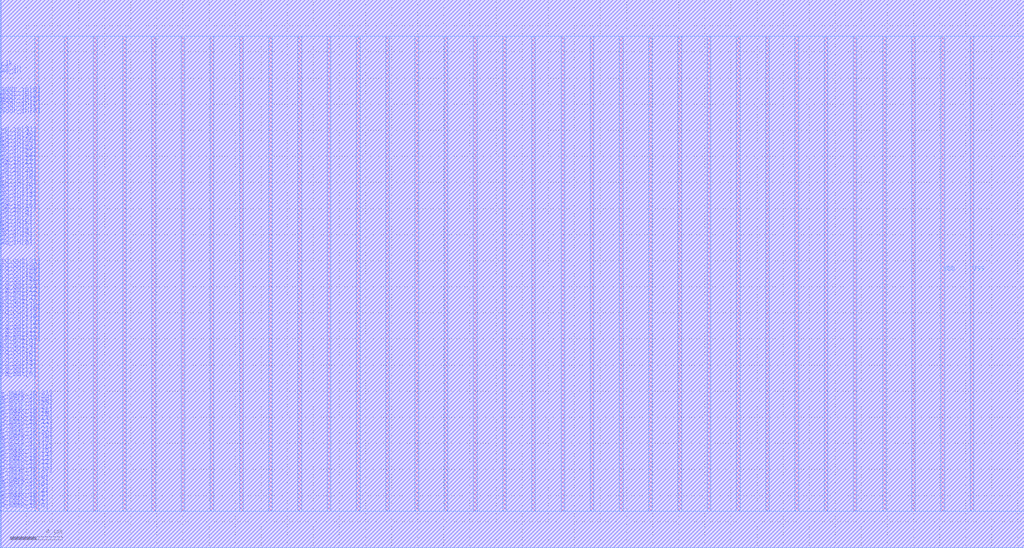
<source format=lef>
VERSION 5.7 ;
BUSBITCHARS "[]" ;
MACRO fakeram45_128x32_upper
  FOREIGN fakeram45_128x32_upper 0 0 ;
  SYMMETRY X Y R90 ;
  SIZE 78.470 BY 42.000 ;
  CLASS BLOCK ;
  PIN w_mask_in[0]
    DIRECTION INPUT ;
    USE SIGNAL ;
    SHAPE ABUTMENT ;
    PORT
      LAYER M3_m ;
      RECT 0.000 2.800 0.070 2.870 ;
    END
  END w_mask_in[0]
  PIN w_mask_in[1]
    DIRECTION INPUT ;
    USE SIGNAL ;
    SHAPE ABUTMENT ;
    PORT
      LAYER M3_m ;
      RECT 0.000 3.080 0.070 3.150 ;
    END
  END w_mask_in[1]
  PIN w_mask_in[2]
    DIRECTION INPUT ;
    USE SIGNAL ;
    SHAPE ABUTMENT ;
    PORT
      LAYER M3_m ;
      RECT 0.000 3.360 0.070 3.430 ;
    END
  END w_mask_in[2]
  PIN w_mask_in[3]
    DIRECTION INPUT ;
    USE SIGNAL ;
    SHAPE ABUTMENT ;
    PORT
      LAYER M3_m ;
      RECT 0.000 3.640 0.070 3.710 ;
    END
  END w_mask_in[3]
  PIN w_mask_in[4]
    DIRECTION INPUT ;
    USE SIGNAL ;
    SHAPE ABUTMENT ;
    PORT
      LAYER M3_m ;
      RECT 0.000 3.920 0.070 3.990 ;
    END
  END w_mask_in[4]
  PIN w_mask_in[5]
    DIRECTION INPUT ;
    USE SIGNAL ;
    SHAPE ABUTMENT ;
    PORT
      LAYER M3_m ;
      RECT 0.000 4.200 0.070 4.270 ;
    END
  END w_mask_in[5]
  PIN w_mask_in[6]
    DIRECTION INPUT ;
    USE SIGNAL ;
    SHAPE ABUTMENT ;
    PORT
      LAYER M3_m ;
      RECT 0.000 4.480 0.070 4.550 ;
    END
  END w_mask_in[6]
  PIN w_mask_in[7]
    DIRECTION INPUT ;
    USE SIGNAL ;
    SHAPE ABUTMENT ;
    PORT
      LAYER M3_m ;
      RECT 0.000 4.760 0.070 4.830 ;
    END
  END w_mask_in[7]
  PIN w_mask_in[8]
    DIRECTION INPUT ;
    USE SIGNAL ;
    SHAPE ABUTMENT ;
    PORT
      LAYER M3_m ;
      RECT 0.000 5.040 0.070 5.110 ;
    END
  END w_mask_in[8]
  PIN w_mask_in[9]
    DIRECTION INPUT ;
    USE SIGNAL ;
    SHAPE ABUTMENT ;
    PORT
      LAYER M3_m ;
      RECT 0.000 5.320 0.070 5.390 ;
    END
  END w_mask_in[9]
  PIN w_mask_in[10]
    DIRECTION INPUT ;
    USE SIGNAL ;
    SHAPE ABUTMENT ;
    PORT
      LAYER M3_m ;
      RECT 0.000 5.600 0.070 5.670 ;
    END
  END w_mask_in[10]
  PIN w_mask_in[11]
    DIRECTION INPUT ;
    USE SIGNAL ;
    SHAPE ABUTMENT ;
    PORT
      LAYER M3_m ;
      RECT 0.000 5.880 0.070 5.950 ;
    END
  END w_mask_in[11]
  PIN w_mask_in[12]
    DIRECTION INPUT ;
    USE SIGNAL ;
    SHAPE ABUTMENT ;
    PORT
      LAYER M3_m ;
      RECT 0.000 6.160 0.070 6.230 ;
    END
  END w_mask_in[12]
  PIN w_mask_in[13]
    DIRECTION INPUT ;
    USE SIGNAL ;
    SHAPE ABUTMENT ;
    PORT
      LAYER M3_m ;
      RECT 0.000 6.440 0.070 6.510 ;
    END
  END w_mask_in[13]
  PIN w_mask_in[14]
    DIRECTION INPUT ;
    USE SIGNAL ;
    SHAPE ABUTMENT ;
    PORT
      LAYER M3_m ;
      RECT 0.000 6.720 0.070 6.790 ;
    END
  END w_mask_in[14]
  PIN w_mask_in[15]
    DIRECTION INPUT ;
    USE SIGNAL ;
    SHAPE ABUTMENT ;
    PORT
      LAYER M3_m ;
      RECT 0.000 7.000 0.070 7.070 ;
    END
  END w_mask_in[15]
  PIN w_mask_in[16]
    DIRECTION INPUT ;
    USE SIGNAL ;
    SHAPE ABUTMENT ;
    PORT
      LAYER M3_m ;
      RECT 0.000 7.280 0.070 7.350 ;
    END
  END w_mask_in[16]
  PIN w_mask_in[17]
    DIRECTION INPUT ;
    USE SIGNAL ;
    SHAPE ABUTMENT ;
    PORT
      LAYER M3_m ;
      RECT 0.000 7.560 0.070 7.630 ;
    END
  END w_mask_in[17]
  PIN w_mask_in[18]
    DIRECTION INPUT ;
    USE SIGNAL ;
    SHAPE ABUTMENT ;
    PORT
      LAYER M3_m ;
      RECT 0.000 7.840 0.070 7.910 ;
    END
  END w_mask_in[18]
  PIN w_mask_in[19]
    DIRECTION INPUT ;
    USE SIGNAL ;
    SHAPE ABUTMENT ;
    PORT
      LAYER M3_m ;
      RECT 0.000 8.120 0.070 8.190 ;
    END
  END w_mask_in[19]
  PIN w_mask_in[20]
    DIRECTION INPUT ;
    USE SIGNAL ;
    SHAPE ABUTMENT ;
    PORT
      LAYER M3_m ;
      RECT 0.000 8.400 0.070 8.470 ;
    END
  END w_mask_in[20]
  PIN w_mask_in[21]
    DIRECTION INPUT ;
    USE SIGNAL ;
    SHAPE ABUTMENT ;
    PORT
      LAYER M3_m ;
      RECT 0.000 8.680 0.070 8.750 ;
    END
  END w_mask_in[21]
  PIN w_mask_in[22]
    DIRECTION INPUT ;
    USE SIGNAL ;
    SHAPE ABUTMENT ;
    PORT
      LAYER M3_m ;
      RECT 0.000 8.960 0.070 9.030 ;
    END
  END w_mask_in[22]
  PIN w_mask_in[23]
    DIRECTION INPUT ;
    USE SIGNAL ;
    SHAPE ABUTMENT ;
    PORT
      LAYER M3_m ;
      RECT 0.000 9.240 0.070 9.310 ;
    END
  END w_mask_in[23]
  PIN w_mask_in[24]
    DIRECTION INPUT ;
    USE SIGNAL ;
    SHAPE ABUTMENT ;
    PORT
      LAYER M3_m ;
      RECT 0.000 9.520 0.070 9.590 ;
    END
  END w_mask_in[24]
  PIN w_mask_in[25]
    DIRECTION INPUT ;
    USE SIGNAL ;
    SHAPE ABUTMENT ;
    PORT
      LAYER M3_m ;
      RECT 0.000 9.800 0.070 9.870 ;
    END
  END w_mask_in[25]
  PIN w_mask_in[26]
    DIRECTION INPUT ;
    USE SIGNAL ;
    SHAPE ABUTMENT ;
    PORT
      LAYER M3_m ;
      RECT 0.000 10.080 0.070 10.150 ;
    END
  END w_mask_in[26]
  PIN w_mask_in[27]
    DIRECTION INPUT ;
    USE SIGNAL ;
    SHAPE ABUTMENT ;
    PORT
      LAYER M3_m ;
      RECT 0.000 10.360 0.070 10.430 ;
    END
  END w_mask_in[27]
  PIN w_mask_in[28]
    DIRECTION INPUT ;
    USE SIGNAL ;
    SHAPE ABUTMENT ;
    PORT
      LAYER M3_m ;
      RECT 0.000 10.640 0.070 10.710 ;
    END
  END w_mask_in[28]
  PIN w_mask_in[29]
    DIRECTION INPUT ;
    USE SIGNAL ;
    SHAPE ABUTMENT ;
    PORT
      LAYER M3_m ;
      RECT 0.000 10.920 0.070 10.990 ;
    END
  END w_mask_in[29]
  PIN w_mask_in[30]
    DIRECTION INPUT ;
    USE SIGNAL ;
    SHAPE ABUTMENT ;
    PORT
      LAYER M3_m ;
      RECT 0.000 11.200 0.070 11.270 ;
    END
  END w_mask_in[30]
  PIN w_mask_in[31]
    DIRECTION INPUT ;
    USE SIGNAL ;
    SHAPE ABUTMENT ;
    PORT
      LAYER M3_m ;
      RECT 0.000 11.480 0.070 11.550 ;
    END
  END w_mask_in[31]
  PIN rd_out[0]
    DIRECTION OUTPUT ;
    USE SIGNAL ;
    SHAPE ABUTMENT ;
    PORT
      LAYER M3_m ;
      RECT 0.000 12.880 0.070 12.950 ;
    END
  END rd_out[0]
  PIN rd_out[1]
    DIRECTION OUTPUT ;
    USE SIGNAL ;
    SHAPE ABUTMENT ;
    PORT
      LAYER M3_m ;
      RECT 0.000 13.160 0.070 13.230 ;
    END
  END rd_out[1]
  PIN rd_out[2]
    DIRECTION OUTPUT ;
    USE SIGNAL ;
    SHAPE ABUTMENT ;
    PORT
      LAYER M3_m ;
      RECT 0.000 13.440 0.070 13.510 ;
    END
  END rd_out[2]
  PIN rd_out[3]
    DIRECTION OUTPUT ;
    USE SIGNAL ;
    SHAPE ABUTMENT ;
    PORT
      LAYER M3_m ;
      RECT 0.000 13.720 0.070 13.790 ;
    END
  END rd_out[3]
  PIN rd_out[4]
    DIRECTION OUTPUT ;
    USE SIGNAL ;
    SHAPE ABUTMENT ;
    PORT
      LAYER M3_m ;
      RECT 0.000 14.000 0.070 14.070 ;
    END
  END rd_out[4]
  PIN rd_out[5]
    DIRECTION OUTPUT ;
    USE SIGNAL ;
    SHAPE ABUTMENT ;
    PORT
      LAYER M3_m ;
      RECT 0.000 14.280 0.070 14.350 ;
    END
  END rd_out[5]
  PIN rd_out[6]
    DIRECTION OUTPUT ;
    USE SIGNAL ;
    SHAPE ABUTMENT ;
    PORT
      LAYER M3_m ;
      RECT 0.000 14.560 0.070 14.630 ;
    END
  END rd_out[6]
  PIN rd_out[7]
    DIRECTION OUTPUT ;
    USE SIGNAL ;
    SHAPE ABUTMENT ;
    PORT
      LAYER M3_m ;
      RECT 0.000 14.840 0.070 14.910 ;
    END
  END rd_out[7]
  PIN rd_out[8]
    DIRECTION OUTPUT ;
    USE SIGNAL ;
    SHAPE ABUTMENT ;
    PORT
      LAYER M3_m ;
      RECT 0.000 15.120 0.070 15.190 ;
    END
  END rd_out[8]
  PIN rd_out[9]
    DIRECTION OUTPUT ;
    USE SIGNAL ;
    SHAPE ABUTMENT ;
    PORT
      LAYER M3_m ;
      RECT 0.000 15.400 0.070 15.470 ;
    END
  END rd_out[9]
  PIN rd_out[10]
    DIRECTION OUTPUT ;
    USE SIGNAL ;
    SHAPE ABUTMENT ;
    PORT
      LAYER M3_m ;
      RECT 0.000 15.680 0.070 15.750 ;
    END
  END rd_out[10]
  PIN rd_out[11]
    DIRECTION OUTPUT ;
    USE SIGNAL ;
    SHAPE ABUTMENT ;
    PORT
      LAYER M3_m ;
      RECT 0.000 15.960 0.070 16.030 ;
    END
  END rd_out[11]
  PIN rd_out[12]
    DIRECTION OUTPUT ;
    USE SIGNAL ;
    SHAPE ABUTMENT ;
    PORT
      LAYER M3_m ;
      RECT 0.000 16.240 0.070 16.310 ;
    END
  END rd_out[12]
  PIN rd_out[13]
    DIRECTION OUTPUT ;
    USE SIGNAL ;
    SHAPE ABUTMENT ;
    PORT
      LAYER M3_m ;
      RECT 0.000 16.520 0.070 16.590 ;
    END
  END rd_out[13]
  PIN rd_out[14]
    DIRECTION OUTPUT ;
    USE SIGNAL ;
    SHAPE ABUTMENT ;
    PORT
      LAYER M3_m ;
      RECT 0.000 16.800 0.070 16.870 ;
    END
  END rd_out[14]
  PIN rd_out[15]
    DIRECTION OUTPUT ;
    USE SIGNAL ;
    SHAPE ABUTMENT ;
    PORT
      LAYER M3_m ;
      RECT 0.000 17.080 0.070 17.150 ;
    END
  END rd_out[15]
  PIN rd_out[16]
    DIRECTION OUTPUT ;
    USE SIGNAL ;
    SHAPE ABUTMENT ;
    PORT
      LAYER M3_m ;
      RECT 0.000 17.360 0.070 17.430 ;
    END
  END rd_out[16]
  PIN rd_out[17]
    DIRECTION OUTPUT ;
    USE SIGNAL ;
    SHAPE ABUTMENT ;
    PORT
      LAYER M3_m ;
      RECT 0.000 17.640 0.070 17.710 ;
    END
  END rd_out[17]
  PIN rd_out[18]
    DIRECTION OUTPUT ;
    USE SIGNAL ;
    SHAPE ABUTMENT ;
    PORT
      LAYER M3_m ;
      RECT 0.000 17.920 0.070 17.990 ;
    END
  END rd_out[18]
  PIN rd_out[19]
    DIRECTION OUTPUT ;
    USE SIGNAL ;
    SHAPE ABUTMENT ;
    PORT
      LAYER M3_m ;
      RECT 0.000 18.200 0.070 18.270 ;
    END
  END rd_out[19]
  PIN rd_out[20]
    DIRECTION OUTPUT ;
    USE SIGNAL ;
    SHAPE ABUTMENT ;
    PORT
      LAYER M3_m ;
      RECT 0.000 18.480 0.070 18.550 ;
    END
  END rd_out[20]
  PIN rd_out[21]
    DIRECTION OUTPUT ;
    USE SIGNAL ;
    SHAPE ABUTMENT ;
    PORT
      LAYER M3_m ;
      RECT 0.000 18.760 0.070 18.830 ;
    END
  END rd_out[21]
  PIN rd_out[22]
    DIRECTION OUTPUT ;
    USE SIGNAL ;
    SHAPE ABUTMENT ;
    PORT
      LAYER M3_m ;
      RECT 0.000 19.040 0.070 19.110 ;
    END
  END rd_out[22]
  PIN rd_out[23]
    DIRECTION OUTPUT ;
    USE SIGNAL ;
    SHAPE ABUTMENT ;
    PORT
      LAYER M3_m ;
      RECT 0.000 19.320 0.070 19.390 ;
    END
  END rd_out[23]
  PIN rd_out[24]
    DIRECTION OUTPUT ;
    USE SIGNAL ;
    SHAPE ABUTMENT ;
    PORT
      LAYER M3_m ;
      RECT 0.000 19.600 0.070 19.670 ;
    END
  END rd_out[24]
  PIN rd_out[25]
    DIRECTION OUTPUT ;
    USE SIGNAL ;
    SHAPE ABUTMENT ;
    PORT
      LAYER M3_m ;
      RECT 0.000 19.880 0.070 19.950 ;
    END
  END rd_out[25]
  PIN rd_out[26]
    DIRECTION OUTPUT ;
    USE SIGNAL ;
    SHAPE ABUTMENT ;
    PORT
      LAYER M3_m ;
      RECT 0.000 20.160 0.070 20.230 ;
    END
  END rd_out[26]
  PIN rd_out[27]
    DIRECTION OUTPUT ;
    USE SIGNAL ;
    SHAPE ABUTMENT ;
    PORT
      LAYER M3_m ;
      RECT 0.000 20.440 0.070 20.510 ;
    END
  END rd_out[27]
  PIN rd_out[28]
    DIRECTION OUTPUT ;
    USE SIGNAL ;
    SHAPE ABUTMENT ;
    PORT
      LAYER M3_m ;
      RECT 0.000 20.720 0.070 20.790 ;
    END
  END rd_out[28]
  PIN rd_out[29]
    DIRECTION OUTPUT ;
    USE SIGNAL ;
    SHAPE ABUTMENT ;
    PORT
      LAYER M3_m ;
      RECT 0.000 21.000 0.070 21.070 ;
    END
  END rd_out[29]
  PIN rd_out[30]
    DIRECTION OUTPUT ;
    USE SIGNAL ;
    SHAPE ABUTMENT ;
    PORT
      LAYER M3_m ;
      RECT 0.000 21.280 0.070 21.350 ;
    END
  END rd_out[30]
  PIN rd_out[31]
    DIRECTION OUTPUT ;
    USE SIGNAL ;
    SHAPE ABUTMENT ;
    PORT
      LAYER M3_m ;
      RECT 0.000 21.560 0.070 21.630 ;
    END
  END rd_out[31]
  PIN wd_in[0]
    DIRECTION INPUT ;
    USE SIGNAL ;
    SHAPE ABUTMENT ;
    PORT
      LAYER M3_m ;
      RECT 0.000 22.960 0.070 23.030 ;
    END
  END wd_in[0]
  PIN wd_in[1]
    DIRECTION INPUT ;
    USE SIGNAL ;
    SHAPE ABUTMENT ;
    PORT
      LAYER M3_m ;
      RECT 0.000 23.240 0.070 23.310 ;
    END
  END wd_in[1]
  PIN wd_in[2]
    DIRECTION INPUT ;
    USE SIGNAL ;
    SHAPE ABUTMENT ;
    PORT
      LAYER M3_m ;
      RECT 0.000 23.520 0.070 23.590 ;
    END
  END wd_in[2]
  PIN wd_in[3]
    DIRECTION INPUT ;
    USE SIGNAL ;
    SHAPE ABUTMENT ;
    PORT
      LAYER M3_m ;
      RECT 0.000 23.800 0.070 23.870 ;
    END
  END wd_in[3]
  PIN wd_in[4]
    DIRECTION INPUT ;
    USE SIGNAL ;
    SHAPE ABUTMENT ;
    PORT
      LAYER M3_m ;
      RECT 0.000 24.080 0.070 24.150 ;
    END
  END wd_in[4]
  PIN wd_in[5]
    DIRECTION INPUT ;
    USE SIGNAL ;
    SHAPE ABUTMENT ;
    PORT
      LAYER M3_m ;
      RECT 0.000 24.360 0.070 24.430 ;
    END
  END wd_in[5]
  PIN wd_in[6]
    DIRECTION INPUT ;
    USE SIGNAL ;
    SHAPE ABUTMENT ;
    PORT
      LAYER M3_m ;
      RECT 0.000 24.640 0.070 24.710 ;
    END
  END wd_in[6]
  PIN wd_in[7]
    DIRECTION INPUT ;
    USE SIGNAL ;
    SHAPE ABUTMENT ;
    PORT
      LAYER M3_m ;
      RECT 0.000 24.920 0.070 24.990 ;
    END
  END wd_in[7]
  PIN wd_in[8]
    DIRECTION INPUT ;
    USE SIGNAL ;
    SHAPE ABUTMENT ;
    PORT
      LAYER M3_m ;
      RECT 0.000 25.200 0.070 25.270 ;
    END
  END wd_in[8]
  PIN wd_in[9]
    DIRECTION INPUT ;
    USE SIGNAL ;
    SHAPE ABUTMENT ;
    PORT
      LAYER M3_m ;
      RECT 0.000 25.480 0.070 25.550 ;
    END
  END wd_in[9]
  PIN wd_in[10]
    DIRECTION INPUT ;
    USE SIGNAL ;
    SHAPE ABUTMENT ;
    PORT
      LAYER M3_m ;
      RECT 0.000 25.760 0.070 25.830 ;
    END
  END wd_in[10]
  PIN wd_in[11]
    DIRECTION INPUT ;
    USE SIGNAL ;
    SHAPE ABUTMENT ;
    PORT
      LAYER M3_m ;
      RECT 0.000 26.040 0.070 26.110 ;
    END
  END wd_in[11]
  PIN wd_in[12]
    DIRECTION INPUT ;
    USE SIGNAL ;
    SHAPE ABUTMENT ;
    PORT
      LAYER M3_m ;
      RECT 0.000 26.320 0.070 26.390 ;
    END
  END wd_in[12]
  PIN wd_in[13]
    DIRECTION INPUT ;
    USE SIGNAL ;
    SHAPE ABUTMENT ;
    PORT
      LAYER M3_m ;
      RECT 0.000 26.600 0.070 26.670 ;
    END
  END wd_in[13]
  PIN wd_in[14]
    DIRECTION INPUT ;
    USE SIGNAL ;
    SHAPE ABUTMENT ;
    PORT
      LAYER M3_m ;
      RECT 0.000 26.880 0.070 26.950 ;
    END
  END wd_in[14]
  PIN wd_in[15]
    DIRECTION INPUT ;
    USE SIGNAL ;
    SHAPE ABUTMENT ;
    PORT
      LAYER M3_m ;
      RECT 0.000 27.160 0.070 27.230 ;
    END
  END wd_in[15]
  PIN wd_in[16]
    DIRECTION INPUT ;
    USE SIGNAL ;
    SHAPE ABUTMENT ;
    PORT
      LAYER M3_m ;
      RECT 0.000 27.440 0.070 27.510 ;
    END
  END wd_in[16]
  PIN wd_in[17]
    DIRECTION INPUT ;
    USE SIGNAL ;
    SHAPE ABUTMENT ;
    PORT
      LAYER M3_m ;
      RECT 0.000 27.720 0.070 27.790 ;
    END
  END wd_in[17]
  PIN wd_in[18]
    DIRECTION INPUT ;
    USE SIGNAL ;
    SHAPE ABUTMENT ;
    PORT
      LAYER M3_m ;
      RECT 0.000 28.000 0.070 28.070 ;
    END
  END wd_in[18]
  PIN wd_in[19]
    DIRECTION INPUT ;
    USE SIGNAL ;
    SHAPE ABUTMENT ;
    PORT
      LAYER M3_m ;
      RECT 0.000 28.280 0.070 28.350 ;
    END
  END wd_in[19]
  PIN wd_in[20]
    DIRECTION INPUT ;
    USE SIGNAL ;
    SHAPE ABUTMENT ;
    PORT
      LAYER M3_m ;
      RECT 0.000 28.560 0.070 28.630 ;
    END
  END wd_in[20]
  PIN wd_in[21]
    DIRECTION INPUT ;
    USE SIGNAL ;
    SHAPE ABUTMENT ;
    PORT
      LAYER M3_m ;
      RECT 0.000 28.840 0.070 28.910 ;
    END
  END wd_in[21]
  PIN wd_in[22]
    DIRECTION INPUT ;
    USE SIGNAL ;
    SHAPE ABUTMENT ;
    PORT
      LAYER M3_m ;
      RECT 0.000 29.120 0.070 29.190 ;
    END
  END wd_in[22]
  PIN wd_in[23]
    DIRECTION INPUT ;
    USE SIGNAL ;
    SHAPE ABUTMENT ;
    PORT
      LAYER M3_m ;
      RECT 0.000 29.400 0.070 29.470 ;
    END
  END wd_in[23]
  PIN wd_in[24]
    DIRECTION INPUT ;
    USE SIGNAL ;
    SHAPE ABUTMENT ;
    PORT
      LAYER M3_m ;
      RECT 0.000 29.680 0.070 29.750 ;
    END
  END wd_in[24]
  PIN wd_in[25]
    DIRECTION INPUT ;
    USE SIGNAL ;
    SHAPE ABUTMENT ;
    PORT
      LAYER M3_m ;
      RECT 0.000 29.960 0.070 30.030 ;
    END
  END wd_in[25]
  PIN wd_in[26]
    DIRECTION INPUT ;
    USE SIGNAL ;
    SHAPE ABUTMENT ;
    PORT
      LAYER M3_m ;
      RECT 0.000 30.240 0.070 30.310 ;
    END
  END wd_in[26]
  PIN wd_in[27]
    DIRECTION INPUT ;
    USE SIGNAL ;
    SHAPE ABUTMENT ;
    PORT
      LAYER M3_m ;
      RECT 0.000 30.520 0.070 30.590 ;
    END
  END wd_in[27]
  PIN wd_in[28]
    DIRECTION INPUT ;
    USE SIGNAL ;
    SHAPE ABUTMENT ;
    PORT
      LAYER M3_m ;
      RECT 0.000 30.800 0.070 30.870 ;
    END
  END wd_in[28]
  PIN wd_in[29]
    DIRECTION INPUT ;
    USE SIGNAL ;
    SHAPE ABUTMENT ;
    PORT
      LAYER M3_m ;
      RECT 0.000 31.080 0.070 31.150 ;
    END
  END wd_in[29]
  PIN wd_in[30]
    DIRECTION INPUT ;
    USE SIGNAL ;
    SHAPE ABUTMENT ;
    PORT
      LAYER M3_m ;
      RECT 0.000 31.360 0.070 31.430 ;
    END
  END wd_in[30]
  PIN wd_in[31]
    DIRECTION INPUT ;
    USE SIGNAL ;
    SHAPE ABUTMENT ;
    PORT
      LAYER M3_m ;
      RECT 0.000 31.640 0.070 31.710 ;
    END
  END wd_in[31]
  PIN addr_in[0]
    DIRECTION INPUT ;
    USE SIGNAL ;
    SHAPE ABUTMENT ;
    PORT
      LAYER M3_m ;
      RECT 0.000 33.040 0.070 33.110 ;
    END
  END addr_in[0]
  PIN addr_in[1]
    DIRECTION INPUT ;
    USE SIGNAL ;
    SHAPE ABUTMENT ;
    PORT
      LAYER M3_m ;
      RECT 0.000 33.320 0.070 33.390 ;
    END
  END addr_in[1]
  PIN addr_in[2]
    DIRECTION INPUT ;
    USE SIGNAL ;
    SHAPE ABUTMENT ;
    PORT
      LAYER M3_m ;
      RECT 0.000 33.600 0.070 33.670 ;
    END
  END addr_in[2]
  PIN addr_in[3]
    DIRECTION INPUT ;
    USE SIGNAL ;
    SHAPE ABUTMENT ;
    PORT
      LAYER M3_m ;
      RECT 0.000 33.880 0.070 33.950 ;
    END
  END addr_in[3]
  PIN addr_in[4]
    DIRECTION INPUT ;
    USE SIGNAL ;
    SHAPE ABUTMENT ;
    PORT
      LAYER M3_m ;
      RECT 0.000 34.160 0.070 34.230 ;
    END
  END addr_in[4]
  PIN addr_in[5]
    DIRECTION INPUT ;
    USE SIGNAL ;
    SHAPE ABUTMENT ;
    PORT
      LAYER M3_m ;
      RECT 0.000 34.440 0.070 34.510 ;
    END
  END addr_in[5]
  PIN addr_in[6]
    DIRECTION INPUT ;
    USE SIGNAL ;
    SHAPE ABUTMENT ;
    PORT
      LAYER M3_m ;
      RECT 0.000 34.720 0.070 34.790 ;
    END
  END addr_in[6]
  PIN we_in
    DIRECTION INPUT ;
    USE SIGNAL ;
    SHAPE ABUTMENT ;
    PORT
      LAYER M3_m ;
      RECT 0.000 36.120 0.070 36.190 ;
    END
  END we_in
  PIN ce_in
    DIRECTION INPUT ;
    USE SIGNAL ;
    SHAPE ABUTMENT ;
    PORT
      LAYER M3_m ;
      RECT 0.000 36.400 0.070 36.470 ;
    END
  END ce_in
  PIN clk
    DIRECTION INPUT ;
    USE SIGNAL ;
    SHAPE ABUTMENT ;
    PORT
      LAYER M3_m ;
      RECT 0.000 36.680 0.070 36.750 ;
    END
  END clk
  PIN VSS
    DIRECTION INOUT ;
    USE GROUND ;
    PORT
      LAYER M4_m ;
      RECT 2.660 2.800 2.940 39.200 ;
      RECT 7.140 2.800 7.420 39.200 ;
      RECT 11.620 2.800 11.900 39.200 ;
      RECT 16.100 2.800 16.380 39.200 ;
      RECT 20.580 2.800 20.860 39.200 ;
      RECT 25.060 2.800 25.340 39.200 ;
      RECT 29.540 2.800 29.820 39.200 ;
      RECT 34.020 2.800 34.300 39.200 ;
      RECT 38.500 2.800 38.780 39.200 ;
      RECT 42.980 2.800 43.260 39.200 ;
      RECT 47.460 2.800 47.740 39.200 ;
      RECT 51.940 2.800 52.220 39.200 ;
      RECT 56.420 2.800 56.700 39.200 ;
      RECT 60.900 2.800 61.180 39.200 ;
      RECT 65.380 2.800 65.660 39.200 ;
      RECT 69.860 2.800 70.140 39.200 ;
      RECT 74.340 2.800 74.620 39.200 ;
    END
  END VSS
  PIN VDD
    DIRECTION INOUT ;
    USE POWER ;
    PORT
      LAYER M4_m ;
      RECT 4.900 2.800 5.180 39.200 ;
      RECT 9.380 2.800 9.660 39.200 ;
      RECT 13.860 2.800 14.140 39.200 ;
      RECT 18.340 2.800 18.620 39.200 ;
      RECT 22.820 2.800 23.100 39.200 ;
      RECT 27.300 2.800 27.580 39.200 ;
      RECT 31.780 2.800 32.060 39.200 ;
      RECT 36.260 2.800 36.540 39.200 ;
      RECT 40.740 2.800 41.020 39.200 ;
      RECT 45.220 2.800 45.500 39.200 ;
      RECT 49.700 2.800 49.980 39.200 ;
      RECT 54.180 2.800 54.460 39.200 ;
      RECT 58.660 2.800 58.940 39.200 ;
      RECT 63.140 2.800 63.420 39.200 ;
      RECT 67.620 2.800 67.900 39.200 ;
      RECT 72.100 2.800 72.380 39.200 ;
    END
  END VDD
  OBS
    LAYER M1_m ;
    RECT 0 0 78.470 42.000 ;
    LAYER M2_m ;
    RECT 0 0 78.470 42.000 ;
    LAYER M3_m ;
    RECT 0.070 0 78.470 42.000 ;
    RECT 0 0.000 0.070 2.800 ;
    RECT 0 2.870 0.070 3.080 ;
    RECT 0 3.150 0.070 3.360 ;
    RECT 0 3.430 0.070 3.640 ;
    RECT 0 3.710 0.070 3.920 ;
    RECT 0 3.990 0.070 4.200 ;
    RECT 0 4.270 0.070 4.480 ;
    RECT 0 4.550 0.070 4.760 ;
    RECT 0 4.830 0.070 5.040 ;
    RECT 0 5.110 0.070 5.320 ;
    RECT 0 5.390 0.070 5.600 ;
    RECT 0 5.670 0.070 5.880 ;
    RECT 0 5.950 0.070 6.160 ;
    RECT 0 6.230 0.070 6.440 ;
    RECT 0 6.510 0.070 6.720 ;
    RECT 0 6.790 0.070 7.000 ;
    RECT 0 7.070 0.070 7.280 ;
    RECT 0 7.350 0.070 7.560 ;
    RECT 0 7.630 0.070 7.840 ;
    RECT 0 7.910 0.070 8.120 ;
    RECT 0 8.190 0.070 8.400 ;
    RECT 0 8.470 0.070 8.680 ;
    RECT 0 8.750 0.070 8.960 ;
    RECT 0 9.030 0.070 9.240 ;
    RECT 0 9.310 0.070 9.520 ;
    RECT 0 9.590 0.070 9.800 ;
    RECT 0 9.870 0.070 10.080 ;
    RECT 0 10.150 0.070 10.360 ;
    RECT 0 10.430 0.070 10.640 ;
    RECT 0 10.710 0.070 10.920 ;
    RECT 0 10.990 0.070 11.200 ;
    RECT 0 11.270 0.070 11.480 ;
    RECT 0 11.550 0.070 12.880 ;
    RECT 0 12.950 0.070 13.160 ;
    RECT 0 13.230 0.070 13.440 ;
    RECT 0 13.510 0.070 13.720 ;
    RECT 0 13.790 0.070 14.000 ;
    RECT 0 14.070 0.070 14.280 ;
    RECT 0 14.350 0.070 14.560 ;
    RECT 0 14.630 0.070 14.840 ;
    RECT 0 14.910 0.070 15.120 ;
    RECT 0 15.190 0.070 15.400 ;
    RECT 0 15.470 0.070 15.680 ;
    RECT 0 15.750 0.070 15.960 ;
    RECT 0 16.030 0.070 16.240 ;
    RECT 0 16.310 0.070 16.520 ;
    RECT 0 16.590 0.070 16.800 ;
    RECT 0 16.870 0.070 17.080 ;
    RECT 0 17.150 0.070 17.360 ;
    RECT 0 17.430 0.070 17.640 ;
    RECT 0 17.710 0.070 17.920 ;
    RECT 0 17.990 0.070 18.200 ;
    RECT 0 18.270 0.070 18.480 ;
    RECT 0 18.550 0.070 18.760 ;
    RECT 0 18.830 0.070 19.040 ;
    RECT 0 19.110 0.070 19.320 ;
    RECT 0 19.390 0.070 19.600 ;
    RECT 0 19.670 0.070 19.880 ;
    RECT 0 19.950 0.070 20.160 ;
    RECT 0 20.230 0.070 20.440 ;
    RECT 0 20.510 0.070 20.720 ;
    RECT 0 20.790 0.070 21.000 ;
    RECT 0 21.070 0.070 21.280 ;
    RECT 0 21.350 0.070 21.560 ;
    RECT 0 21.630 0.070 22.960 ;
    RECT 0 23.030 0.070 23.240 ;
    RECT 0 23.310 0.070 23.520 ;
    RECT 0 23.590 0.070 23.800 ;
    RECT 0 23.870 0.070 24.080 ;
    RECT 0 24.150 0.070 24.360 ;
    RECT 0 24.430 0.070 24.640 ;
    RECT 0 24.710 0.070 24.920 ;
    RECT 0 24.990 0.070 25.200 ;
    RECT 0 25.270 0.070 25.480 ;
    RECT 0 25.550 0.070 25.760 ;
    RECT 0 25.830 0.070 26.040 ;
    RECT 0 26.110 0.070 26.320 ;
    RECT 0 26.390 0.070 26.600 ;
    RECT 0 26.670 0.070 26.880 ;
    RECT 0 26.950 0.070 27.160 ;
    RECT 0 27.230 0.070 27.440 ;
    RECT 0 27.510 0.070 27.720 ;
    RECT 0 27.790 0.070 28.000 ;
    RECT 0 28.070 0.070 28.280 ;
    RECT 0 28.350 0.070 28.560 ;
    RECT 0 28.630 0.070 28.840 ;
    RECT 0 28.910 0.070 29.120 ;
    RECT 0 29.190 0.070 29.400 ;
    RECT 0 29.470 0.070 29.680 ;
    RECT 0 29.750 0.070 29.960 ;
    RECT 0 30.030 0.070 30.240 ;
    RECT 0 30.310 0.070 30.520 ;
    RECT 0 30.590 0.070 30.800 ;
    RECT 0 30.870 0.070 31.080 ;
    RECT 0 31.150 0.070 31.360 ;
    RECT 0 31.430 0.070 31.640 ;
    RECT 0 31.710 0.070 33.040 ;
    RECT 0 33.110 0.070 33.320 ;
    RECT 0 33.390 0.070 33.600 ;
    RECT 0 33.670 0.070 33.880 ;
    RECT 0 33.950 0.070 34.160 ;
    RECT 0 34.230 0.070 34.440 ;
    RECT 0 34.510 0.070 34.720 ;
    RECT 0 34.790 0.070 36.120 ;
    RECT 0 36.190 0.070 36.400 ;
    RECT 0 36.470 0.070 36.680 ;
    RECT 0 36.750 0.070 42.000 ;
    LAYER M4_m ;
    RECT 0 0 78.470 2.800 ;
    RECT 0 39.200 78.470 42.000 ;
    RECT 0.000 2.800 2.660 39.200 ;
    RECT 2.940 2.800 4.900 39.200 ;
    RECT 5.180 2.800 7.140 39.200 ;
    RECT 7.420 2.800 9.380 39.200 ;
    RECT 9.660 2.800 11.620 39.200 ;
    RECT 11.900 2.800 13.860 39.200 ;
    RECT 14.140 2.800 16.100 39.200 ;
    RECT 16.380 2.800 18.340 39.200 ;
    RECT 18.620 2.800 20.580 39.200 ;
    RECT 20.860 2.800 22.820 39.200 ;
    RECT 23.100 2.800 25.060 39.200 ;
    RECT 25.340 2.800 27.300 39.200 ;
    RECT 27.580 2.800 29.540 39.200 ;
    RECT 29.820 2.800 31.780 39.200 ;
    RECT 32.060 2.800 34.020 39.200 ;
    RECT 34.300 2.800 36.260 39.200 ;
    RECT 36.540 2.800 38.500 39.200 ;
    RECT 38.780 2.800 40.740 39.200 ;
    RECT 41.020 2.800 42.980 39.200 ;
    RECT 43.260 2.800 45.220 39.200 ;
    RECT 45.500 2.800 47.460 39.200 ;
    RECT 47.740 2.800 49.700 39.200 ;
    RECT 49.980 2.800 51.940 39.200 ;
    RECT 52.220 2.800 54.180 39.200 ;
    RECT 54.460 2.800 56.420 39.200 ;
    RECT 56.700 2.800 58.660 39.200 ;
    RECT 58.940 2.800 60.900 39.200 ;
    RECT 61.180 2.800 63.140 39.200 ;
    RECT 63.420 2.800 65.380 39.200 ;
    RECT 65.660 2.800 67.620 39.200 ;
    RECT 67.900 2.800 69.860 39.200 ;
    RECT 70.140 2.800 72.100 39.200 ;
    RECT 72.380 2.800 74.340 39.200 ;
    RECT 74.620 2.800 78.470 39.200 ;
  END
END fakeram45_128x32_upper

END LIBRARY

</source>
